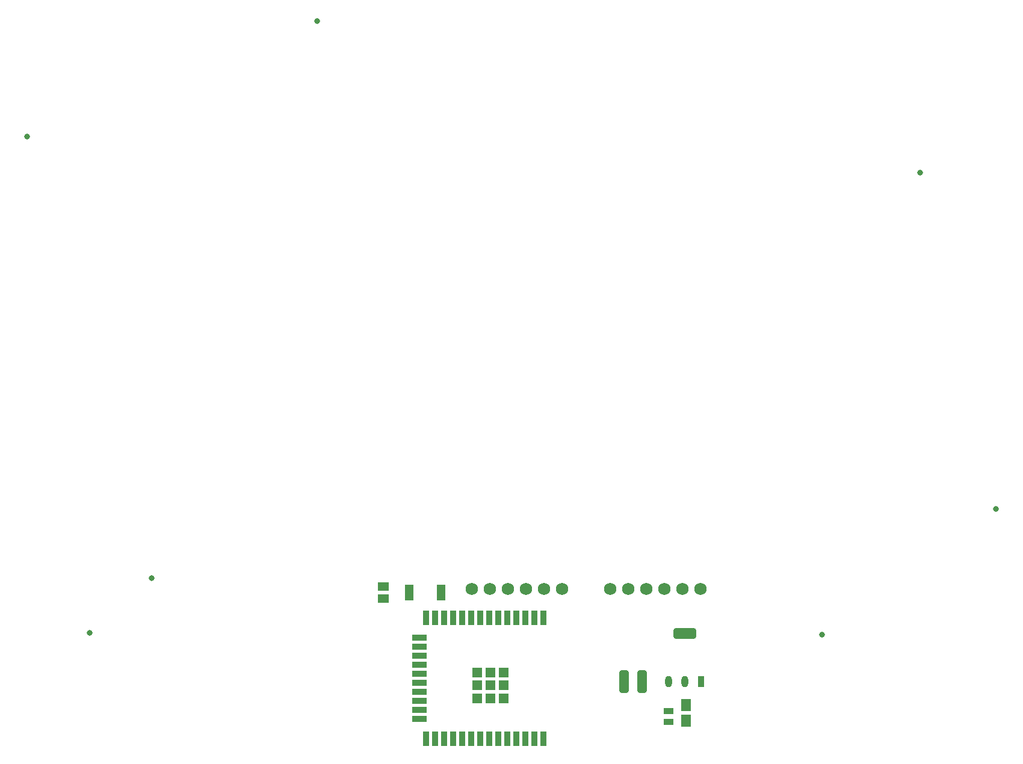
<source format=gbs>
G04*
G04 #@! TF.GenerationSoftware,Altium Limited,Altium Designer,21.1.1 (26)*
G04*
G04 Layer_Color=16711935*
%FSLAX25Y25*%
%MOIN*%
G70*
G04*
G04 #@! TF.SameCoordinates,50609B49-341D-4E51-95AC-B49047DEAD09*
G04*
G04*
G04 #@! TF.FilePolarity,Negative*
G04*
G01*
G75*
%ADD12C,0.06800*%
%ADD13C,0.03162*%
%ADD16R,0.05315X0.03740*%
G04:AMPARAMS|DCode=17|XSize=63.16mil|YSize=128.43mil|CornerRadius=18.63mil|HoleSize=0mil|Usage=FLASHONLY|Rotation=90.000|XOffset=0mil|YOffset=0mil|HoleType=Round|Shape=RoundedRectangle|*
%AMROUNDEDRECTD17*
21,1,0.06316,0.09117,0,0,90.0*
21,1,0.02590,0.12843,0,0,90.0*
1,1,0.03727,0.04558,0.01295*
1,1,0.03727,0.04558,-0.01295*
1,1,0.03727,-0.04558,-0.01295*
1,1,0.03727,-0.04558,0.01295*
%
%ADD17ROUNDEDRECTD17*%
G04:AMPARAMS|DCode=18|XSize=63.16mil|YSize=37.49mil|CornerRadius=18.74mil|HoleSize=0mil|Usage=FLASHONLY|Rotation=90.000|XOffset=0mil|YOffset=0mil|HoleType=Round|Shape=RoundedRectangle|*
%AMROUNDEDRECTD18*
21,1,0.06316,0.00000,0,0,90.0*
21,1,0.02568,0.03749,0,0,90.0*
1,1,0.03749,0.00000,0.01284*
1,1,0.03749,0.00000,-0.01284*
1,1,0.03749,0.00000,-0.01284*
1,1,0.03749,0.00000,0.01284*
%
%ADD18ROUNDEDRECTD18*%
%ADD19R,0.03749X0.06316*%
%ADD23R,0.05236X0.05236*%
%ADD24R,0.07874X0.03543*%
%ADD25R,0.03543X0.07874*%
%ADD28R,0.05328X0.06902*%
%ADD29R,0.06312X0.05131*%
%ADD30R,0.04934X0.08674*%
G04:AMPARAMS|DCode=31|XSize=55.24mil|YSize=126.11mil|CornerRadius=15.81mil|HoleSize=0mil|Usage=FLASHONLY|Rotation=180.000|XOffset=0mil|YOffset=0mil|HoleType=Round|Shape=RoundedRectangle|*
%AMROUNDEDRECTD31*
21,1,0.05524,0.09449,0,0,180.0*
21,1,0.02362,0.12611,0,0,180.0*
1,1,0.03162,-0.01181,0.04724*
1,1,0.03162,0.01181,0.04724*
1,1,0.03162,0.01181,-0.04724*
1,1,0.03162,-0.01181,-0.04724*
%
%ADD31ROUNDEDRECTD31*%
D12*
X372047Y106299D02*
D03*
X382047D02*
D03*
X392047D02*
D03*
X362047D02*
D03*
X352047D02*
D03*
X342047D02*
D03*
X295433D02*
D03*
X305433D02*
D03*
X315433D02*
D03*
X285433D02*
D03*
X275433D02*
D03*
X265433D02*
D03*
D13*
X555905Y150787D02*
D03*
X513779Y337008D02*
D03*
X88189Y112598D02*
D03*
X53937Y82284D02*
D03*
X459449Y81102D02*
D03*
X179921Y421260D02*
D03*
X19291Y357087D02*
D03*
D16*
X374410Y38780D02*
D03*
Y32874D02*
D03*
D17*
X383465Y81870D02*
D03*
D18*
X374449Y55138D02*
D03*
X383465D02*
D03*
D19*
X392480D02*
D03*
D23*
X268622Y60236D02*
D03*
Y53012D02*
D03*
Y45787D02*
D03*
X275847Y60236D02*
D03*
Y53012D02*
D03*
Y45787D02*
D03*
X283071Y60236D02*
D03*
Y53012D02*
D03*
Y45787D02*
D03*
D24*
X236437Y79449D02*
D03*
Y74449D02*
D03*
Y69449D02*
D03*
Y64449D02*
D03*
Y59449D02*
D03*
Y54449D02*
D03*
Y49449D02*
D03*
Y44449D02*
D03*
Y39449D02*
D03*
Y34449D02*
D03*
D25*
X305374Y90413D02*
D03*
X300374D02*
D03*
X295374D02*
D03*
X290374D02*
D03*
X285374D02*
D03*
X280374D02*
D03*
X275374D02*
D03*
X270374D02*
D03*
X265374D02*
D03*
X260374D02*
D03*
X255374D02*
D03*
X250374D02*
D03*
X245374D02*
D03*
X240374D02*
D03*
Y23484D02*
D03*
X245374D02*
D03*
X250374D02*
D03*
X255374D02*
D03*
X260374D02*
D03*
X265374D02*
D03*
X270374D02*
D03*
X275374D02*
D03*
X280374D02*
D03*
X285374D02*
D03*
X290374D02*
D03*
X295374D02*
D03*
X300374D02*
D03*
X305374D02*
D03*
D28*
X384252Y42126D02*
D03*
Y33465D02*
D03*
D29*
X216535Y107874D02*
D03*
Y100984D02*
D03*
D30*
X248524Y104331D02*
D03*
X231004D02*
D03*
D31*
X359842Y55118D02*
D03*
X349843D02*
D03*
M02*

</source>
